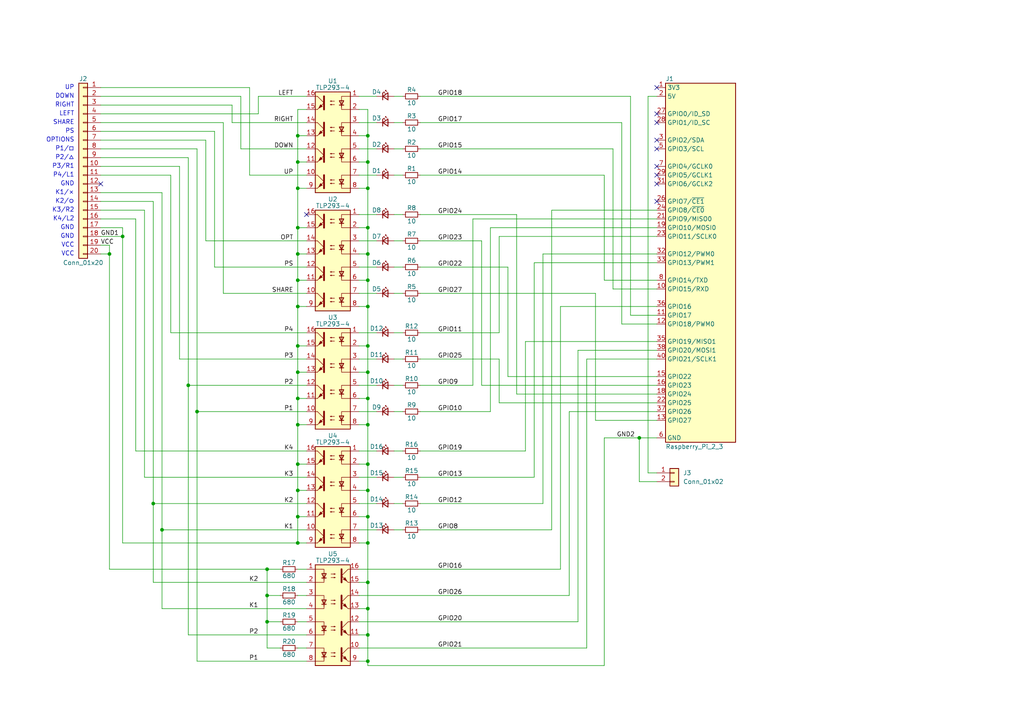
<source format=kicad_sch>
(kicad_sch (version 20250114) (generator "eeschema") (generator_version "9.0")
  (paper "A4")
  (lib_symbols
    (symbol "Connector_Generic:Conn_01x02" (pin_names (offset 1.016) (hide yes))
      (property "Reference" "J" (at 0 2.54 0))
      (property "Value" "Conn_01x02" (at 0 -5.08 0))
      (symbol "Conn_01x02_1_1"
        (rectangle (start -1.27 1.27) (end 1.27 -3.81) (stroke (width 0.254)) (fill (type background)))
        (rectangle (start -1.27 0.127) (end 0 -0.127) (stroke (width 0.1524)))
        (rectangle (start -1.27 -2.413) (end 0 -2.667) (stroke (width 0.1524)))
        (pin passive line (at -5.08 0 0) (length 3.81) (name "Pin_1") (number "1"))
        (pin passive line (at -5.08 -2.54 0) (length 3.81) (name "Pin_2") (number "2"))
      )
    )
    (symbol "Connector_Generic:Conn_01x20" (pin_names (offset 1.016) (hide yes))
      (property "Reference" "J" (at 0 25.4 0))
      (property "Value" "Conn_01x20" (at 0 -27.94 0))
      (symbol "Conn_01x20_1_1"
        (rectangle (start -1.27 24.13) (end 1.27 -26.67) (stroke (width 0.254)) (fill (type background)))
        (rectangle (start -1.27 22.987) (end 0 22.733) (stroke (width 0.1524)))
        (rectangle (start -1.27 20.447) (end 0 20.193) (stroke (width 0.1524)))
        (rectangle (start -1.27 17.907) (end 0 17.653) (stroke (width 0.1524)))
        (rectangle (start -1.27 15.367) (end 0 15.113) (stroke (width 0.1524)))
        (rectangle (start -1.27 12.827) (end 0 12.573) (stroke (width 0.1524)))
        (rectangle (start -1.27 10.287) (end 0 10.033) (stroke (width 0.1524)))
        (rectangle (start -1.27 7.747) (end 0 7.493) (stroke (width 0.1524)))
        (rectangle (start -1.27 5.207) (end 0 4.953) (stroke (width 0.1524)))
        (rectangle (start -1.27 2.667) (end 0 2.413) (stroke (width 0.1524)))
        (rectangle (start -1.27 0.127) (end 0 -0.127) (stroke (width 0.1524)))
        (rectangle (start -1.27 -2.413) (end 0 -2.667) (stroke (width 0.1524)))
        (rectangle (start -1.27 -4.953) (end 0 -5.207) (stroke (width 0.1524)))
        (rectangle (start -1.27 -7.493) (end 0 -7.747) (stroke (width 0.1524)))
        (rectangle (start -1.27 -10.033) (end 0 -10.287) (stroke (width 0.1524)))
        (rectangle (start -1.27 -12.573) (end 0 -12.827) (stroke (width 0.1524)))
        (rectangle (start -1.27 -15.113) (end 0 -15.367) (stroke (width 0.1524)))
        (rectangle (start -1.27 -17.653) (end 0 -17.907) (stroke (width 0.1524)))
        (rectangle (start -1.27 -20.193) (end 0 -20.447) (stroke (width 0.1524)))
        (rectangle (start -1.27 -22.733) (end 0 -22.987) (stroke (width 0.1524)))
        (rectangle (start -1.27 -25.273) (end 0 -25.527) (stroke (width 0.1524)))
        (pin passive line (at -5.08 22.86 0) (length 3.81) (name "Pin_1") (number "1"))
        (pin passive line (at -5.08 20.32 0) (length 3.81) (name "Pin_2") (number "2"))
        (pin passive line (at -5.08 17.78 0) (length 3.81) (name "Pin_3") (number "3"))
        (pin passive line (at -5.08 15.24 0) (length 3.81) (name "Pin_4") (number "4"))
        (pin passive line (at -5.08 12.7 0) (length 3.81) (name "Pin_5") (number "5"))
        (pin passive line (at -5.08 10.16 0) (length 3.81) (name "Pin_6") (number "6"))
        (pin passive line (at -5.08 7.62 0) (length 3.81) (name "Pin_7") (number "7"))
        (pin passive line (at -5.08 5.08 0) (length 3.81) (name "Pin_8") (number "8"))
        (pin passive line (at -5.08 2.54 0) (length 3.81) (name "Pin_9") (number "9"))
        (pin passive line (at -5.08 0 0) (length 3.81) (name "Pin_10") (number "10"))
        (pin passive line (at -5.08 -2.54 0) (length 3.81) (name "Pin_11") (number "11"))
        (pin passive line (at -5.08 -5.08 0) (length 3.81) (name "Pin_12") (number "12"))
        (pin passive line (at -5.08 -7.62 0) (length 3.81) (name "Pin_13") (number "13"))
        (pin passive line (at -5.08 -10.16 0) (length 3.81) (name "Pin_14") (number "14"))
        (pin passive line (at -5.08 -12.7 0) (length 3.81) (name "Pin_15") (number "15"))
        (pin passive line (at -5.08 -15.24 0) (length 3.81) (name "Pin_16") (number "16"))
        (pin passive line (at -5.08 -17.78 0) (length 3.81) (name "Pin_17") (number "17"))
        (pin passive line (at -5.08 -20.32 0) (length 3.81) (name "Pin_18") (number "18"))
        (pin passive line (at -5.08 -22.86 0) (length 3.81) (name "Pin_19") (number "19"))
        (pin passive line (at -5.08 -25.4 0) (length 3.81) (name "Pin_20") (number "20"))
      )
    )
    (symbol "Device:LED_Small" (pin_numbers (hide yes)) (pin_names (offset 0.254) (hide yes))
      (property "Reference" "D" (at -1.27 3.175 0))
      (property "Value" "LED_Small" (at -4.445 -2.54 0))
      (symbol "LED_Small_0_1"
        (polyline (pts (xy -0.762 -1.016) (xy -0.762 1.016)) (stroke (width 0.254)))
        (polyline (pts (xy 0 0.762) (xy -0.508 1.27) (xy -0.254 1.27) (xy -0.508 1.27) (xy -0.508 1.016)))
        (polyline (pts (xy 0.508 1.27) (xy 0 1.778) (xy 0.254 1.778) (xy 0 1.778) (xy 0 1.524)))
        (polyline (pts (xy 0.762 -1.016) (xy -0.762 0) (xy 0.762 1.016) (xy 0.762 -1.016)) (stroke (width 0.254)))
        (polyline (pts (xy 1.016 0) (xy -0.762 0)))
      )
      (symbol "LED_Small_1_1"
        (pin passive line (at -2.54 0 0) (length 1.778) (name "K") (number "1"))
        (pin passive line (at 2.54 0 180) (length 1.778) (name "A") (number "2"))
      )
    )
    (symbol "Device:R_Small" (pin_numbers (hide yes)) (pin_names (offset 0.254) (hide yes))
      (property "Reference" "R" (at 0.762 0.508 0))
      (property "Value" "R_Small" (at 0.762 -1.016 0))
      (symbol "R_Small_0_1"
        (rectangle (start -0.762 1.778) (end 0.762 -1.778) (stroke (width 0.2032)))
      )
      (symbol "R_Small_1_1"
        (pin passive line (at 0 2.54 270) (length 0.762) (name "~") (number "1"))
        (pin passive line (at 0 -2.54 90) (length 0.762) (name "~") (number "2"))
      )
    )
    (symbol "_ufb_hat:Raspberry_Pi_2_3"
      (property "Reference" "J" (at 12.7 52.705 0))
      (property "Value" "Raspberry_Pi_2_3" (at 12.7 -52.705 0))
      (symbol "Raspberry_Pi_2_3_0_1"
        (rectangle (start 12.7 52.07) (end 33.02 -52.07) (stroke (width 0.254)) (fill (type background)))
      )
      (symbol "Raspberry_Pi_2_3_1_1"
        (pin power_out line (at 10.16 50.8 0) (length 2.54) (name "3V3") (number "1"))
        (pin power_out line (at 10.16 50.8 0) (length 2.54) (hide yes) (name "3V3") (number "17"))
        (pin power_out line (at 10.16 48.26 0) (length 2.54) (name "5V") (number "2"))
        (pin power_out line (at 10.16 48.26 0) (length 2.54) (hide yes) (name "5V") (number "4"))
        (pin bidirectional line (at 10.16 43.18 0) (length 2.54) (name "GPIO0/ID_SD") (number "27"))
        (pin bidirectional line (at 10.16 40.64 0) (length 2.54) (name "GPIO1/ID_SC") (number "28"))
        (pin bidirectional line (at 10.16 35.56 0) (length 2.54) (name "GPIO2/SDA") (number "3"))
        (pin bidirectional line (at 10.16 33.02 0) (length 2.54) (name "GPIO3/SCL") (number "5"))
        (pin bidirectional line (at 10.16 27.94 0) (length 2.54) (name "GPIO4/GCLK0") (number "7"))
        (pin bidirectional line (at 10.16 25.4 0) (length 2.54) (name "GPIO5/GCLK1") (number "29"))
        (pin bidirectional line (at 10.16 22.86 0) (length 2.54) (name "GPIO6/GCLK2") (number "31"))
        (pin bidirectional line (at 10.16 17.78 0) (length 2.54) (name "GPIO7/~{CE1}") (number "26"))
        (pin bidirectional line (at 10.16 15.24 0) (length 2.54) (name "GPIO8/~{CE0}") (number "24"))
        (pin bidirectional line (at 10.16 12.7 0) (length 2.54) (name "GPIO9/MISO0") (number "21"))
        (pin bidirectional line (at 10.16 10.16 0) (length 2.54) (name "GPIO10/MOSI0") (number "19"))
        (pin bidirectional line (at 10.16 7.62 0) (length 2.54) (name "GPIO11/SCLK0") (number "23"))
        (pin bidirectional line (at 10.16 2.54 0) (length 2.54) (name "GPIO12/PWM0") (number "32"))
        (pin bidirectional line (at 10.16 0 0) (length 2.54) (name "GPIO13/PWM1") (number "33"))
        (pin bidirectional line (at 10.16 -5.08 0) (length 2.54) (name "GPIO14/TXD") (number "8"))
        (pin bidirectional line (at 10.16 -7.62 0) (length 2.54) (name "GPIO15/RXD") (number "10"))
        (pin bidirectional line (at 10.16 -12.7 0) (length 2.54) (name "GPIO16") (number "36"))
        (pin bidirectional line (at 10.16 -15.24 0) (length 2.54) (name "GPIO17") (number "11"))
        (pin bidirectional line (at 10.16 -17.78 0) (length 2.54) (name "GPIO18/PWM0") (number "12"))
        (pin bidirectional line (at 10.16 -22.86 0) (length 2.54) (name "GPIO19/MISO1") (number "35"))
        (pin bidirectional line (at 10.16 -25.4 0) (length 2.54) (name "GPIO20/MOSI1") (number "38"))
        (pin bidirectional line (at 10.16 -27.94 0) (length 2.54) (name "GPIO21/SCLK1") (number "40"))
        (pin bidirectional line (at 10.16 -33.02 0) (length 2.54) (name "GPIO22") (number "15"))
        (pin bidirectional line (at 10.16 -35.56 0) (length 2.54) (name "GPIO23") (number "16"))
        (pin bidirectional line (at 10.16 -38.1 0) (length 2.54) (name "GPIO24") (number "18"))
        (pin bidirectional line (at 10.16 -40.64 0) (length 2.54) (name "GPIO25") (number "22"))
        (pin bidirectional line (at 10.16 -43.18 0) (length 2.54) (name "GPIO26") (number "37"))
        (pin bidirectional line (at 10.16 -45.72 0) (length 2.54) (name "GPIO27") (number "13"))
        (pin power_out line (at 10.16 -50.8 0) (length 2.54) (hide yes) (name "GND") (number "14"))
        (pin power_out line (at 10.16 -50.8 0) (length 2.54) (hide yes) (name "GND") (number "20"))
        (pin power_out line (at 10.16 -50.8 0) (length 2.54) (hide yes) (name "GND") (number "25"))
        (pin power_out line (at 10.16 -50.8 0) (length 2.54) (hide yes) (name "GND") (number "30"))
        (pin power_out line (at 10.16 -50.8 0) (length 2.54) (hide yes) (name "GND") (number "34"))
        (pin power_out line (at 10.16 -50.8 0) (length 2.54) (hide yes) (name "GND") (number "39"))
        (pin power_out line (at 10.16 -50.8 0) (length 2.54) (name "GND") (number "6"))
        (pin power_out line (at 10.16 -50.8 0) (length 2.54) (hide yes) (name "GND") (number "9"))
      )
    )
    (symbol "_ufb_hat:TLP293-4"
      (property "Reference" "U" (at -5.08 5.08 0))
      (property "Value" "TLP293-4" (at 0 5.08 0))
      (symbol "TLP293-4_0_1"
        (rectangle (start -5.08 3.81) (end 5.08 -25.4) (stroke (width 0.254)) (fill (type background)))
        (polyline (pts (xy -5.08 2.54) (xy -2.54 2.54) (xy -2.54 -0.635) (xy -2.54 1.27)))
        (polyline (pts (xy -5.08 -5.08) (xy -2.54 -5.08) (xy -2.54 -8.255) (xy -2.54 -6.35)))
        (polyline (pts (xy -5.08 -12.7) (xy -2.54 -12.7) (xy -2.54 -15.875) (xy -2.54 -13.97)))
        (polyline (pts (xy -5.08 -20.32) (xy -2.54 -20.32) (xy -2.54 -23.495) (xy -2.54 -21.59)))
        (polyline (pts (xy -3.175 0) (xy -1.905 0)) (stroke (width 0.254)))
        (polyline (pts (xy -3.175 -7.62) (xy -1.905 -7.62)) (stroke (width 0.254)))
        (polyline (pts (xy -3.175 -15.24) (xy -1.905 -15.24)) (stroke (width 0.254)))
        (polyline (pts (xy -3.175 -22.86) (xy -1.905 -22.86)) (stroke (width 0.254)))
        (polyline (pts (xy -2.54 0) (xy -2.54 -1.27) (xy -5.08 -1.27)))
        (polyline (pts (xy -2.54 0) (xy -3.175 1.27) (xy -1.905 1.27) (xy -2.54 0)) (stroke (width 0.254)))
        (polyline (pts (xy -2.54 -7.62) (xy -2.54 -8.89) (xy -5.08 -8.89)))
        (polyline (pts (xy -2.54 -7.62) (xy -3.175 -6.35) (xy -1.905 -6.35) (xy -2.54 -7.62)) (stroke (width 0.254)))
        (polyline (pts (xy -2.54 -15.24) (xy -2.54 -16.51) (xy -5.08 -16.51)))
        (polyline (pts (xy -2.54 -15.24) (xy -3.175 -13.97) (xy -1.905 -13.97) (xy -2.54 -15.24)) (stroke (width 0.254)))
        (polyline (pts (xy -2.54 -22.86) (xy -2.54 -24.13) (xy -5.08 -24.13)))
        (polyline (pts (xy -2.54 -22.86) (xy -3.175 -21.59) (xy -1.905 -21.59) (xy -2.54 -22.86)) (stroke (width 0.254)))
        (polyline (pts (xy -0.508 1.143) (xy 0.762 1.143) (xy 0.381 1.016) (xy 0.381 1.27) (xy 0.762 1.143)))
        (polyline (pts (xy -0.508 0.127) (xy 0.762 0.127) (xy 0.381 0) (xy 0.381 0.254) (xy 0.762 0.127)))
        (polyline (pts (xy -0.508 -6.477) (xy 0.762 -6.477) (xy 0.381 -6.604) (xy 0.381 -6.35) (xy 0.762 -6.477)))
        (polyline (pts (xy -0.508 -7.493) (xy 0.762 -7.493) (xy 0.381 -7.62) (xy 0.381 -7.366) (xy 0.762 -7.493)))
        (polyline (pts (xy -0.508 -14.097) (xy 0.762 -14.097) (xy 0.381 -14.224) (xy 0.381 -13.97) (xy 0.762 -14.097)))
        (polyline (pts (xy -0.508 -15.113) (xy 0.762 -15.113) (xy 0.381 -15.24) (xy 0.381 -14.986) (xy 0.762 -15.113)))
        (polyline (pts (xy -0.508 -21.717) (xy 0.762 -21.717) (xy 0.381 -21.844) (xy 0.381 -21.59) (xy 0.762 -21.717)))
        (polyline (pts (xy -0.508 -22.733) (xy 0.762 -22.733) (xy 0.381 -22.86) (xy 0.381 -22.606) (xy 0.762 -22.733)))
        (polyline (pts (xy 2.54 2.54) (xy 2.54 -1.27) (xy 2.54 -1.27)) (stroke (width 0.508)))
        (polyline (pts (xy 2.54 0.635) (xy 4.445 2.54)))
        (polyline (pts (xy 2.54 -5.08) (xy 2.54 -8.89) (xy 2.54 -8.89)) (stroke (width 0.508)))
        (polyline (pts (xy 2.54 -6.985) (xy 4.445 -5.08)))
        (polyline (pts (xy 2.54 -12.7) (xy 2.54 -16.51) (xy 2.54 -16.51)) (stroke (width 0.508)))
        (polyline (pts (xy 2.54 -14.605) (xy 4.445 -12.7)))
        (polyline (pts (xy 2.54 -20.32) (xy 2.54 -24.13) (xy 2.54 -24.13)) (stroke (width 0.508)))
        (polyline (pts (xy 2.54 -22.225) (xy 4.445 -20.32)))
        (polyline (pts (xy 3.048 -0.381) (xy 3.556 0.127) (xy 4.064 -0.889) (xy 3.048 -0.381) (xy 3.048 -0.381)) (fill (type outline)))
        (polyline (pts (xy 3.048 -8.001) (xy 3.556 -7.493) (xy 4.064 -8.509) (xy 3.048 -8.001) (xy 3.048 -8.001)) (fill (type outline)))
        (polyline (pts (xy 3.048 -15.621) (xy 3.556 -15.113) (xy 4.064 -16.129) (xy 3.048 -15.621) (xy 3.048 -15.621)) (fill (type outline)))
        (polyline (pts (xy 3.048 -23.241) (xy 3.556 -22.733) (xy 4.064 -23.749) (xy 3.048 -23.241) (xy 3.048 -23.241)) (fill (type outline)))
        (polyline (pts (xy 4.445 2.54) (xy 5.08 2.54)))
        (polyline (pts (xy 4.445 -1.27) (xy 2.54 0.635)) (fill (type outline)))
        (polyline (pts (xy 4.445 -1.27) (xy 5.08 -1.27)))
        (polyline (pts (xy 4.445 -5.08) (xy 5.08 -5.08)))
        (polyline (pts (xy 4.445 -8.89) (xy 2.54 -6.985)) (fill (type outline)))
        (polyline (pts (xy 4.445 -8.89) (xy 5.08 -8.89)))
        (polyline (pts (xy 4.445 -12.7) (xy 5.08 -12.7)))
        (polyline (pts (xy 4.445 -16.51) (xy 2.54 -14.605)) (fill (type outline)))
        (polyline (pts (xy 4.445 -16.51) (xy 5.08 -16.51)))
        (polyline (pts (xy 4.445 -20.32) (xy 5.08 -20.32)))
        (polyline (pts (xy 4.445 -24.13) (xy 2.54 -22.225)) (fill (type outline)))
        (polyline (pts (xy 4.445 -24.13) (xy 5.08 -24.13)))
      )
      (symbol "TLP293-4_1_1"
        (pin passive line (at -7.62 2.54 0) (length 2.54) (name "~") (number "1"))
        (pin passive line (at -7.62 -1.27 0) (length 2.54) (name "~") (number "2"))
        (pin passive line (at -7.62 -5.08 0) (length 2.54) (name "~") (number "3"))
        (pin passive line (at -7.62 -8.89 0) (length 2.54) (name "~") (number "4"))
        (pin passive line (at -7.62 -12.7 0) (length 2.54) (name "~") (number "5"))
        (pin passive line (at -7.62 -16.51 0) (length 2.54) (name "~") (number "6"))
        (pin passive line (at -7.62 -20.32 0) (length 2.54) (name "~") (number "7"))
        (pin passive line (at -7.62 -24.13 0) (length 2.54) (name "~") (number "8"))
        (pin passive line (at 7.62 2.54 180) (length 2.54) (name "~") (number "16"))
        (pin passive line (at 7.62 -1.27 180) (length 2.54) (name "~") (number "15"))
        (pin passive line (at 7.62 -5.08 180) (length 2.54) (name "~") (number "14"))
        (pin passive line (at 7.62 -8.89 180) (length 2.54) (name "~") (number "13"))
        (pin passive line (at 7.62 -12.7 180) (length 2.54) (name "~") (number "12"))
        (pin passive line (at 7.62 -16.51 180) (length 2.54) (name "~") (number "11"))
        (pin passive line (at 7.62 -20.32 180) (length 2.54) (name "~") (number "10"))
        (pin passive line (at 7.62 -24.13 180) (length 2.54) (name "~") (number "9"))
      )
    )
  )
  (text "K4/L2" (at 21.59 63.5 0) (effects (font (size 1.27 1.27)) (justify right)))
  (text "SHARE" (at 21.59 35.56 0) (effects (font (size 1.27 1.27)) (justify right)))
  (text "K2/○" (at 21.59 58.42 0) (effects (font (size 1.27 1.27)) (justify right)))
  (text "VCC" (at 21.59 73.66 0) (effects (font (size 1.27 1.27)) (justify right)))
  (text "K3/R2" (at 21.59 60.96 0) (effects (font (size 1.27 1.27)) (justify right)))
  (text "OPTIONS" (at 21.59 40.64 0) (effects (font (size 1.27 1.27)) (justify right)))
  (text "LEFT" (at 21.59 33.02 0) (effects (font (size 1.27 1.27)) (justify right)))
  (text "GND" (at 21.59 66.04 0) (effects (font (size 1.27 1.27)) (justify right)))
  (text "P1/□" (at 21.59 43.18 0) (effects (font (size 1.27 1.27)) (justify right)))
  (text "VCC" (at 21.59 71.12 0) (effects (font (size 1.27 1.27)) (justify right)))
  (text "P4/L1" (at 21.59 50.8 0) (effects (font (size 1.27 1.27)) (justify right)))
  (text "PS" (at 21.59 38.1 0) (effects (font (size 1.27 1.27)) (justify right)))
  (text "GND" (at 21.59 68.58 0) (effects (font (size 1.27 1.27)) (justify right)))
  (text "GND" (at 21.59 53.34 0) (effects (font (size 1.27 1.27)) (justify right)))
  (text "RIGHT" (at 21.59 30.48 0) (effects (font (size 1.27 1.27)) (justify right)))
  (text "K1/×" (at 21.59 55.88 0) (effects (font (size 1.27 1.27)) (justify right)))
  (text "UP" (at 21.59 25.4 0) (effects (font (size 1.27 1.27)) (justify right)))
  (text "DOWN" (at 21.59 27.94 0) (effects (font (size 1.27 1.27)) (justify right)))
  (text "P2/△" (at 21.59 45.72 0) (effects (font (size 1.27 1.27)) (justify right)))
  (text "P3/R1" (at 21.59 48.26 0) (effects (font (size 1.27 1.27)) (justify right)))
  (junction (at 106.68 168.91))
  (junction (at 185.42 127))
  (junction (at 57.15 119.38))
  (junction (at 77.47 180.34))
  (junction (at 44.45 146.05))
  (junction (at 106.68 184.15))
  (junction (at 106.68 88.9))
  (junction (at 106.68 142.24))
  (junction (at 106.68 123.19))
  (junction (at 46.99 153.67))
  (junction (at 106.68 100.33))
  (junction (at 106.68 54.61))
  (junction (at 106.68 66.04))
  (junction (at 77.47 165.1))
  (junction (at 106.68 81.28))
  (junction (at 106.68 176.53))
  (junction (at 86.36 88.9))
  (junction (at 86.36 46.99))
  (junction (at 106.68 157.48))
  (junction (at 86.36 149.86))
  (junction (at 86.36 115.57))
  (junction (at 86.36 107.95))
  (junction (at 106.68 149.86))
  (junction (at 106.68 73.66))
  (junction (at 31.75 73.66))
  (junction (at 86.36 134.62))
  (junction (at 86.36 66.04))
  (junction (at 106.68 115.57))
  (junction (at 35.56 68.58))
  (junction (at 86.36 54.61))
  (junction (at 106.68 191.77))
  (junction (at 86.36 100.33))
  (junction (at 77.47 172.72))
  (junction (at 86.36 39.37))
  (junction (at 106.68 107.95))
  (junction (at 106.68 134.62))
  (junction (at 106.68 39.37))
  (junction (at 86.36 123.19))
  (junction (at 54.61 111.76))
  (junction (at 106.68 46.99))
  (junction (at 86.36 157.48))
  (junction (at 86.36 81.28))
  (junction (at 86.36 73.66))
  (junction (at 86.36 142.24))
  (no_connect (at 190.5 33.02))
  (no_connect (at 190.5 40.64))
  (no_connect (at 190.5 48.26))
  (no_connect (at 190.5 43.18))
  (no_connect (at 190.5 53.34))
  (no_connect (at 29.21 53.34))
  (no_connect (at 190.5 35.56))
  (no_connect (at 190.5 50.8))
  (no_connect (at 190.5 58.42))
  (no_connect (at 190.5 25.4))
  (no_connect (at 88.9 62.23))
  (wire (pts (xy 57.15 191.77) (xy 88.9 191.77)))
  (wire (pts (xy 177.8 83.82) (xy 177.8 43.18)))
  (wire (pts (xy 54.61 45.72) (xy 29.21 45.72)))
  (wire (pts (xy 121.92 27.94) (xy 182.88 27.94)))
  (wire (pts (xy 86.36 142.24) (xy 88.9 142.24)))
  (wire (pts (xy 39.37 63.5) (xy 29.21 63.5)))
  (wire (pts (xy 86.36 123.19) (xy 86.36 134.62)))
  (wire (pts (xy 49.53 50.8) (xy 49.53 96.52)))
  (wire (pts (xy 175.26 127) (xy 175.26 193.04)))
  (wire (pts (xy 86.36 39.37) (xy 86.36 46.99)))
  (wire (pts (xy 62.23 38.1) (xy 62.23 77.47)))
  (wire (pts (xy 29.21 35.56) (xy 64.77 35.56)))
  (wire (pts (xy 86.36 157.48) (xy 88.9 157.48)))
  (wire (pts (xy 86.36 107.95) (xy 88.9 107.95)))
  (wire (pts (xy 104.14 88.9) (xy 106.68 88.9)))
  (wire (pts (xy 157.48 146.05) (xy 121.92 146.05)))
  (wire (pts (xy 44.45 58.42) (xy 44.45 146.05)))
  (wire (pts (xy 81.28 187.96) (xy 77.47 187.96)))
  (wire (pts (xy 190.5 73.66) (xy 157.48 73.66)))
  (wire (pts (xy 175.26 50.8) (xy 121.92 50.8)))
  (wire (pts (xy 147.32 109.22) (xy 190.5 109.22)))
  (wire (pts (xy 57.15 43.18) (xy 29.21 43.18)))
  (wire (pts (xy 86.36 172.72) (xy 88.9 172.72)))
  (wire (pts (xy 104.14 142.24) (xy 106.68 142.24)))
  (wire (pts (xy 190.5 139.7) (xy 185.42 139.7)))
  (wire (pts (xy 190.5 104.14) (xy 170.18 104.14)))
  (wire (pts (xy 104.14 69.85) (xy 109.22 69.85)))
  (wire (pts (xy 185.42 139.7) (xy 185.42 127)))
  (wire (pts (xy 88.9 69.85) (xy 59.69 69.85)))
  (wire (pts (xy 147.32 109.22) (xy 147.32 77.47)))
  (wire (pts (xy 86.36 157.48) (xy 35.56 157.48)))
  (wire (pts (xy 104.14 104.14) (xy 109.22 104.14)))
  (wire (pts (xy 104.14 187.96) (xy 170.18 187.96)))
  (wire (pts (xy 114.3 62.23) (xy 116.84 62.23)))
  (wire (pts (xy 177.8 43.18) (xy 121.92 43.18)))
  (wire (pts (xy 88.9 50.8) (xy 72.39 50.8)))
  (wire (pts (xy 104.14 146.05) (xy 109.22 146.05)))
  (wire (pts (xy 77.47 172.72) (xy 77.47 180.34)))
  (wire (pts (xy 190.5 116.84) (xy 144.78 116.84)))
  (wire (pts (xy 86.36 73.66) (xy 88.9 73.66)))
  (wire (pts (xy 121.92 153.67) (xy 160.02 153.67)))
  (wire (pts (xy 52.07 48.26) (xy 29.21 48.26)))
  (wire (pts (xy 59.69 40.64) (xy 59.69 69.85)))
  (wire (pts (xy 44.45 58.42) (xy 29.21 58.42)))
  (wire (pts (xy 52.07 104.14) (xy 88.9 104.14)))
  (wire (pts (xy 54.61 111.76) (xy 88.9 111.76)))
  (wire (pts (xy 190.5 81.28) (xy 175.26 81.28)))
  (wire (pts (xy 86.36 134.62) (xy 88.9 134.62)))
  (wire (pts (xy 106.68 81.28) (xy 106.68 88.9)))
  (wire (pts (xy 57.15 119.38) (xy 88.9 119.38)))
  (wire (pts (xy 139.7 69.85) (xy 121.92 69.85)))
  (wire (pts (xy 190.5 83.82) (xy 177.8 83.82)))
  (wire (pts (xy 104.14 100.33) (xy 106.68 100.33)))
  (wire (pts (xy 29.21 71.12) (xy 31.75 71.12)))
  (wire (pts (xy 190.5 27.94) (xy 187.96 27.94)))
  (wire (pts (xy 180.34 35.56) (xy 180.34 93.98)))
  (wire (pts (xy 106.68 107.95) (xy 106.68 115.57)))
  (wire (pts (xy 106.68 168.91) (xy 106.68 176.53)))
  (wire (pts (xy 106.68 193.04) (xy 106.68 191.77)))
  (wire (pts (xy 106.68 54.61) (xy 106.68 66.04)))
  (wire (pts (xy 104.14 46.99) (xy 106.68 46.99)))
  (wire (pts (xy 104.14 134.62) (xy 106.68 134.62)))
  (wire (pts (xy 77.47 165.1) (xy 77.47 172.72)))
  (wire (pts (xy 172.72 121.92) (xy 172.72 85.09)))
  (wire (pts (xy 41.91 138.43) (xy 88.9 138.43)))
  (wire (pts (xy 104.14 27.94) (xy 109.22 27.94)))
  (wire (pts (xy 142.24 66.04) (xy 142.24 119.38)))
  (wire (pts (xy 154.94 138.43) (xy 121.92 138.43)))
  (wire (pts (xy 54.61 184.15) (xy 88.9 184.15)))
  (wire (pts (xy 104.14 43.18) (xy 109.22 43.18)))
  (wire (pts (xy 137.16 111.76) (xy 121.92 111.76)))
  (wire (pts (xy 185.42 127) (xy 190.5 127)))
  (wire (pts (xy 86.36 66.04) (xy 88.9 66.04)))
  (wire (pts (xy 31.75 71.12) (xy 31.75 73.66)))
  (wire (pts (xy 149.86 62.23) (xy 121.92 62.23)))
  (wire (pts (xy 35.56 66.04) (xy 35.56 68.58)))
  (wire (pts (xy 104.14 54.61) (xy 106.68 54.61)))
  (wire (pts (xy 114.3 50.8) (xy 116.84 50.8)))
  (wire (pts (xy 106.68 100.33) (xy 106.68 107.95)))
  (wire (pts (xy 149.86 62.23) (xy 149.86 114.3)))
  (wire (pts (xy 86.36 81.28) (xy 88.9 81.28)))
  (wire (pts (xy 104.14 149.86) (xy 106.68 149.86)))
  (wire (pts (xy 152.4 99.06) (xy 190.5 99.06)))
  (wire (pts (xy 64.77 85.09) (xy 88.9 85.09)))
  (wire (pts (xy 114.3 153.67) (xy 116.84 153.67)))
  (wire (pts (xy 29.21 73.66) (xy 31.75 73.66)))
  (wire (pts (xy 104.14 62.23) (xy 109.22 62.23)))
  (wire (pts (xy 49.53 96.52) (xy 88.9 96.52)))
  (wire (pts (xy 154.94 76.2) (xy 154.94 138.43)))
  (wire (pts (xy 86.36 46.99) (xy 86.36 54.61)))
  (wire (pts (xy 35.56 68.58) (xy 35.56 157.48)))
  (wire (pts (xy 86.36 54.61) (xy 86.36 66.04)))
  (wire (pts (xy 86.36 31.75) (xy 86.36 39.37)))
  (wire (pts (xy 190.5 88.9) (xy 162.56 88.9)))
  (wire (pts (xy 46.99 176.53) (xy 88.9 176.53)))
  (wire (pts (xy 157.48 73.66) (xy 157.48 146.05)))
  (wire (pts (xy 114.3 138.43) (xy 116.84 138.43)))
  (wire (pts (xy 64.77 35.56) (xy 64.77 85.09)))
  (wire (pts (xy 104.14 85.09) (xy 109.22 85.09)))
  (wire (pts (xy 86.36 88.9) (xy 88.9 88.9)))
  (wire (pts (xy 44.45 168.91) (xy 44.45 146.05)))
  (wire (pts (xy 57.15 191.77) (xy 57.15 119.38)))
  (wire (pts (xy 86.36 165.1) (xy 88.9 165.1)))
  (wire (pts (xy 114.3 35.56) (xy 116.84 35.56)))
  (wire (pts (xy 190.5 63.5) (xy 137.16 63.5)))
  (wire (pts (xy 114.3 69.85) (xy 116.84 69.85)))
  (wire (pts (xy 190.5 119.38) (xy 165.1 119.38)))
  (wire (pts (xy 77.47 180.34) (xy 81.28 180.34)))
  (wire (pts (xy 88.9 187.96) (xy 86.36 187.96)))
  (wire (pts (xy 77.47 180.34) (xy 77.47 187.96)))
  (wire (pts (xy 114.3 130.81) (xy 116.84 130.81)))
  (wire (pts (xy 190.5 60.96) (xy 160.02 60.96)))
  (wire (pts (xy 170.18 104.14) (xy 170.18 187.96)))
  (wire (pts (xy 182.88 91.44) (xy 190.5 91.44)))
  (wire (pts (xy 86.36 180.34) (xy 88.9 180.34)))
  (wire (pts (xy 144.78 104.14) (xy 121.92 104.14)))
  (wire (pts (xy 104.14 153.67) (xy 109.22 153.67)))
  (wire (pts (xy 114.3 104.14) (xy 116.84 104.14)))
  (wire (pts (xy 88.9 35.56) (xy 67.31 35.56)))
  (wire (pts (xy 104.14 176.53) (xy 106.68 176.53)))
  (wire (pts (xy 114.3 96.52) (xy 116.84 96.52)))
  (wire (pts (xy 104.14 35.56) (xy 109.22 35.56)))
  (wire (pts (xy 152.4 130.81) (xy 121.92 130.81)))
  (wire (pts (xy 86.36 66.04) (xy 86.36 73.66)))
  (wire (pts (xy 86.36 134.62) (xy 86.36 142.24)))
  (wire (pts (xy 104.14 172.72) (xy 165.1 172.72)))
  (wire (pts (xy 104.14 77.47) (xy 109.22 77.47)))
  (wire (pts (xy 86.36 107.95) (xy 86.36 115.57)))
  (wire (pts (xy 74.93 33.02) (xy 74.93 27.94)))
  (wire (pts (xy 29.21 30.48) (xy 67.31 30.48)))
  (wire (pts (xy 106.68 134.62) (xy 106.68 142.24)))
  (wire (pts (xy 88.9 31.75) (xy 86.36 31.75)))
  (wire (pts (xy 160.02 60.96) (xy 160.02 153.67)))
  (wire (pts (xy 144.78 96.52) (xy 121.92 96.52)))
  (wire (pts (xy 147.32 77.47) (xy 121.92 77.47)))
  (wire (pts (xy 29.21 33.02) (xy 74.93 33.02)))
  (wire (pts (xy 106.68 115.57) (xy 106.68 123.19)))
  (wire (pts (xy 35.56 66.04) (xy 29.21 66.04)))
  (wire (pts (xy 165.1 119.38) (xy 165.1 172.72)))
  (wire (pts (xy 106.68 66.04) (xy 106.68 73.66)))
  (wire (pts (xy 88.9 77.47) (xy 62.23 77.47)))
  (wire (pts (xy 39.37 63.5) (xy 39.37 130.81)))
  (wire (pts (xy 77.47 165.1) (xy 81.28 165.1)))
  (wire (pts (xy 52.07 48.26) (xy 52.07 104.14)))
  (wire (pts (xy 167.64 180.34) (xy 104.14 180.34)))
  (wire (pts (xy 106.68 157.48) (xy 106.68 168.91)))
  (wire (pts (xy 104.14 130.81) (xy 109.22 130.81)))
  (wire (pts (xy 88.9 43.18) (xy 69.85 43.18)))
  (wire (pts (xy 182.88 91.44) (xy 182.88 27.94)))
  (wire (pts (xy 46.99 176.53) (xy 46.99 153.67)))
  (wire (pts (xy 139.7 111.76) (xy 139.7 69.85)))
  (wire (pts (xy 104.14 50.8) (xy 109.22 50.8)))
  (wire (pts (xy 29.21 40.64) (xy 59.69 40.64)))
  (wire (pts (xy 49.53 50.8) (xy 29.21 50.8)))
  (wire (pts (xy 44.45 146.05) (xy 88.9 146.05)))
  (wire (pts (xy 190.5 93.98) (xy 180.34 93.98)))
  (wire (pts (xy 104.14 115.57) (xy 106.68 115.57)))
  (wire (pts (xy 31.75 165.1) (xy 77.47 165.1)))
  (wire (pts (xy 41.91 60.96) (xy 29.21 60.96)))
  (wire (pts (xy 190.5 68.58) (xy 144.78 68.58)))
  (wire (pts (xy 180.34 35.56) (xy 121.92 35.56)))
  (wire (pts (xy 114.3 27.94) (xy 116.84 27.94)))
  (wire (pts (xy 187.96 137.16) (xy 190.5 137.16)))
  (wire (pts (xy 114.3 119.38) (xy 116.84 119.38)))
  (wire (pts (xy 106.68 149.86) (xy 106.68 157.48)))
  (wire (pts (xy 29.21 38.1) (xy 62.23 38.1)))
  (wire (pts (xy 114.3 111.76) (xy 116.84 111.76)))
  (wire (pts (xy 86.36 149.86) (xy 86.36 157.48)))
  (wire (pts (xy 114.3 77.47) (xy 116.84 77.47)))
  (wire (pts (xy 190.5 111.76) (xy 139.7 111.76)))
  (wire (pts (xy 104.14 39.37) (xy 106.68 39.37)))
  (wire (pts (xy 86.36 88.9) (xy 86.36 100.33)))
  (wire (pts (xy 190.5 66.04) (xy 142.24 66.04)))
  (wire (pts (xy 104.14 96.52) (xy 109.22 96.52)))
  (wire (pts (xy 175.26 193.04) (xy 106.68 193.04)))
  (wire (pts (xy 46.99 153.67) (xy 88.9 153.67)))
  (wire (pts (xy 74.93 27.94) (xy 88.9 27.94)))
  (wire (pts (xy 104.14 31.75) (xy 106.68 31.75)))
  (wire (pts (xy 114.3 85.09) (xy 116.84 85.09)))
  (wire (pts (xy 86.36 142.24) (xy 86.36 149.86)))
  (wire (pts (xy 86.36 149.86) (xy 88.9 149.86)))
  (wire (pts (xy 31.75 73.66) (xy 31.75 165.1)))
  (wire (pts (xy 72.39 50.8) (xy 72.39 25.4)))
  (wire (pts (xy 144.78 116.84) (xy 144.78 104.14)))
  (wire (pts (xy 149.86 114.3) (xy 190.5 114.3)))
  (wire (pts (xy 86.36 73.66) (xy 86.36 81.28)))
  (wire (pts (xy 106.68 176.53) (xy 106.68 184.15)))
  (wire (pts (xy 67.31 35.56) (xy 67.31 30.48)))
  (wire (pts (xy 57.15 43.18) (xy 57.15 119.38)))
  (wire (pts (xy 106.68 88.9) (xy 106.68 100.33)))
  (wire (pts (xy 104.14 119.38) (xy 109.22 119.38)))
  (wire (pts (xy 152.4 99.06) (xy 152.4 130.81)))
  (wire (pts (xy 106.68 191.77) (xy 104.14 191.77)))
  (wire (pts (xy 167.64 101.6) (xy 167.64 180.34)))
  (wire (pts (xy 29.21 27.94) (xy 69.85 27.94)))
  (wire (pts (xy 86.36 39.37) (xy 88.9 39.37)))
  (wire (pts (xy 104.14 138.43) (xy 109.22 138.43)))
  (wire (pts (xy 46.99 55.88) (xy 29.21 55.88)))
  (wire (pts (xy 106.68 46.99) (xy 106.68 54.61)))
  (wire (pts (xy 86.36 100.33) (xy 86.36 107.95)))
  (wire (pts (xy 172.72 85.09) (xy 121.92 85.09)))
  (wire (pts (xy 54.61 45.72) (xy 54.61 111.76)))
  (wire (pts (xy 114.3 43.18) (xy 116.84 43.18)))
  (wire (pts (xy 88.9 123.19) (xy 86.36 123.19)))
  (wire (pts (xy 104.14 168.91) (xy 106.68 168.91)))
  (wire (pts (xy 137.16 63.5) (xy 137.16 111.76)))
  (wire (pts (xy 86.36 115.57) (xy 88.9 115.57)))
  (wire (pts (xy 114.3 146.05) (xy 116.84 146.05)))
  (wire (pts (xy 29.21 68.58) (xy 35.56 68.58)))
  (wire (pts (xy 106.68 184.15) (xy 106.68 191.77)))
  (wire (pts (xy 29.21 25.4) (xy 72.39 25.4)))
  (wire (pts (xy 104.14 111.76) (xy 109.22 111.76)))
  (wire (pts (xy 106.68 31.75) (xy 106.68 39.37)))
  (wire (pts (xy 39.37 130.81) (xy 88.9 130.81)))
  (wire (pts (xy 106.68 39.37) (xy 106.68 46.99)))
  (wire (pts (xy 77.47 172.72) (xy 81.28 172.72)))
  (wire (pts (xy 86.36 54.61) (xy 88.9 54.61)))
  (wire (pts (xy 86.36 81.28) (xy 86.36 88.9)))
  (wire (pts (xy 86.36 115.57) (xy 86.36 123.19)))
  (wire (pts (xy 106.68 73.66) (xy 106.68 81.28)))
  (wire (pts (xy 44.45 168.91) (xy 88.9 168.91)))
  (wire (pts (xy 41.91 60.96) (xy 41.91 138.43)))
  (wire (pts (xy 175.26 127) (xy 185.42 127)))
  (wire (pts (xy 172.72 121.92) (xy 190.5 121.92)))
  (wire (pts (xy 162.56 165.1) (xy 104.14 165.1)))
  (wire (pts (xy 144.78 68.58) (xy 144.78 96.52)))
  (wire (pts (xy 46.99 55.88) (xy 46.99 153.67)))
  (wire (pts (xy 106.68 142.24) (xy 106.68 149.86)))
  (wire (pts (xy 86.36 46.99) (xy 88.9 46.99)))
  (wire (pts (xy 86.36 100.33) (xy 88.9 100.33)))
  (wire (pts (xy 104.14 184.15) (xy 106.68 184.15)))
  (wire (pts (xy 190.5 76.2) (xy 154.94 76.2)))
  (wire (pts (xy 54.61 184.15) (xy 54.61 111.76)))
  (wire (pts (xy 190.5 101.6) (xy 167.64 101.6)))
  (wire (pts (xy 69.85 27.94) (xy 69.85 43.18)))
  (wire (pts (xy 142.24 119.38) (xy 121.92 119.38)))
  (wire (pts (xy 104.14 123.19) (xy 106.68 123.19)))
  (wire (pts (xy 104.14 107.95) (xy 106.68 107.95)))
  (wire (pts (xy 175.26 81.28) (xy 175.26 50.8)))
  (wire (pts (xy 104.14 157.48) (xy 106.68 157.48)))
  (wire (pts (xy 104.14 73.66) (xy 106.68 73.66)))
  (wire (pts (xy 162.56 88.9) (xy 162.56 165.1)))
  (wire (pts (xy 106.68 123.19) (xy 106.68 134.62)))
  (wire (pts (xy 187.96 27.94) (xy 187.96 137.16)))
  (wire (pts (xy 104.14 66.04) (xy 106.68 66.04)))
  (wire (pts (xy 104.14 81.28) (xy 106.68 81.28)))
  (label "OPT" (at 85.09 69.85 180))
  (label "UP" (at 85.09 50.8 180))
  (label "GPIO21" (at 127 187.96 0))
  (label "GND1" (at 29.21 68.58 0))
  (label "K1" (at 74.93 176.53 180))
  (label "GPIO20" (at 127 180.34 0))
  (label "GPIO13" (at 127 138.43 0))
  (label "LEFT" (at 85.09 27.94 180))
  (label "P2" (at 85.09 111.76 180))
  (label "K3" (at 85.09 138.43 180))
  (label "GPIO25" (at 127 104.14 0))
  (label "PS" (at 85.09 77.47 180))
  (label "GPIO26" (at 127 172.72 0))
  (label "P4" (at 85.09 96.52 180))
  (label "VCC" (at 29.21 71.12 0))
  (label "GPIO8" (at 127 153.67 0))
  (label "GPIO12" (at 127 146.05 0))
  (label "RIGHT" (at 85.09 35.56 180))
  (label "GPIO17" (at 127 35.56 0))
  (label "GND2" (at 184.15 127 180))
  (label "K2" (at 74.93 168.91 180))
  (label "GPIO14" (at 127 50.8 0))
  (label "GPIO27" (at 127 85.09 0))
  (label "P2" (at 74.93 184.15 180))
  (label "P3" (at 85.09 104.14 180))
  (label "GPIO19" (at 127 130.81 0))
  (label "GPIO10" (at 127 119.38 0))
  (label "K4" (at 85.09 130.81 180))
  (label "K2" (at 85.09 146.05 180))
  (label "GPIO24" (at 127 62.23 0))
  (label "GPIO9" (at 127 111.76 0))
  (label "GPIO11" (at 127 96.52 0))
  (label "GPIO18" (at 127 27.94 0))
  (label "DOWN" (at 85.09 43.18 180))
  (label "SHARE" (at 85.09 85.09 180))
  (label "GPIO15" (at 127 43.18 0))
  (label "GPIO22" (at 127 77.47 0))
  (label "GPIO16" (at 127 165.1 0))
  (label "GPIO23" (at 127 69.85 0))
  (label "P1" (at 85.09 119.38 180))
  (label "P1" (at 74.93 191.77 180))
  (label "K1" (at 85.09 153.67 180))
  (symbol (lib_id "Device:R_Small") (at 119.38 27.94 90) (mirror x) (unit 1)
    (property "Reference" "R4" (at 119.38 26.035 90))
    (property "Value" "10" (at 119.38 29.845 90))
    (property "Footprint" "Resistor_SMD:R_0603_1608Metric_Pad0.98x0.95mm_HandSolder" (effects (hide yes)))
    (property "Description" "Resistor, small symbol" (effects (hide yes)))
  )
  (symbol (lib_id "Device:R_Small") (at 119.38 119.38 90) (mirror x) (unit 1)
    (property "Reference" "R9" (at 119.38 117.475 90))
    (property "Value" "10" (at 119.38 121.285 90))
    (property "Footprint" "Resistor_SMD:R_0603_1608Metric_Pad0.98x0.95mm_HandSolder" (effects (hide yes)))
    (property "Description" "Resistor, small symbol" (effects (hide yes)))
  )
  (symbol (lib_id "Device:LED_Small") (at 111.76 146.05 0) (unit 1)
    (property "Reference" "D14" (at 109.22 144.78 0))
    (property "Value" "LED_Small" (effects (hide yes)))
    (property "Footprint" "LED_SMD:LED_0603_1608Metric_Pad1.05x0.95mm_HandSolder" (effects (hide yes)))
    (property "Description" "Light emitting diode, small symbol" (effects (hide yes)))
    (property "Sim.Pin" "1=K 2=A" (effects (hide yes)))
  )
  (symbol (lib_id "Device:R_Small") (at 119.38 43.18 90) (mirror x) (unit 1)
    (property "Reference" "R2" (at 119.38 41.275 90))
    (property "Value" "10" (at 119.38 45.085 90))
    (property "Footprint" "Resistor_SMD:R_0603_1608Metric_Pad0.98x0.95mm_HandSolder" (effects (hide yes)))
    (property "Description" "Resistor, small symbol" (effects (hide yes)))
  )
  (symbol (lib_id "Device:LED_Small") (at 111.76 138.43 0) (unit 1)
    (property "Reference" "D15" (at 109.22 137.16 0))
    (property "Value" "LED_Small" (effects (hide yes)))
    (property "Footprint" "LED_SMD:LED_0603_1608Metric_Pad1.05x0.95mm_HandSolder" (effects (hide yes)))
    (property "Description" "Light emitting diode, small symbol" (effects (hide yes)))
    (property "Sim.Pin" "1=K 2=A" (effects (hide yes)))
  )
  (symbol (lib_id "Device:R_Small") (at 119.38 104.14 90) (mirror x) (unit 1)
    (property "Reference" "R11" (at 119.38 102.235 90))
    (property "Value" "10" (at 119.38 106.045 90))
    (property "Footprint" "Resistor_SMD:R_0603_1608Metric_Pad0.98x0.95mm_HandSolder" (effects (hide yes)))
    (property "Description" "Resistor, small symbol" (effects (hide yes)))
  )
  (symbol (lib_id "Device:LED_Small") (at 111.76 96.52 0) (unit 1)
    (property "Reference" "D12" (at 109.22 95.25 0))
    (property "Value" "LED_Small" (effects (hide yes)))
    (property "Footprint" "LED_SMD:LED_0603_1608Metric_Pad1.05x0.95mm_HandSolder" (effects (hide yes)))
    (property "Description" "Light emitting diode, small symbol" (effects (hide yes)))
    (property "Sim.Pin" "1=K 2=A" (effects (hide yes)))
  )
  (symbol (lib_id "Device:R_Small") (at 119.38 69.85 90) (mirror x) (unit 1)
    (property "Reference" "R7" (at 119.38 67.945 90))
    (property "Value" "10" (at 119.38 71.755 90))
    (property "Footprint" "Resistor_SMD:R_0603_1608Metric_Pad0.98x0.95mm_HandSolder" (effects (hide yes)))
    (property "Description" "Resistor, small symbol" (effects (hide yes)))
  )
  (symbol (lib_id "Device:R_Small") (at 119.38 62.23 90) (mirror x) (unit 1)
    (property "Reference" "R8" (at 119.38 60.325 90))
    (property "Value" "10" (at 119.38 64.135 90))
    (property "Footprint" "Resistor_SMD:R_0603_1608Metric_Pad0.98x0.95mm_HandSolder" (effects (hide yes)))
    (property "Description" "Resistor, small symbol" (effects (hide yes)))
  )
  (symbol (lib_id "Device:R_Small") (at 83.82 187.96 90) (mirror x) (unit 1)
    (property "Reference" "R20" (at 83.82 186.055 90))
    (property "Value" "680" (at 83.82 189.865 90))
    (property "Footprint" "Resistor_SMD:R_0603_1608Metric_Pad0.98x0.95mm_HandSolder" (effects (hide yes)))
    (property "Description" "Resistor, small symbol" (effects (hide yes)))
  )
  (symbol (lib_id "Device:LED_Small") (at 111.76 77.47 0) (unit 1)
    (property "Reference" "D6" (at 109.22 76.2 0))
    (property "Value" "LED_Small" (effects (hide yes)))
    (property "Footprint" "LED_SMD:LED_0603_1608Metric_Pad1.05x0.95mm_HandSolder" (effects (hide yes)))
    (property "Description" "Light emitting diode, small symbol" (effects (hide yes)))
    (property "Sim.Pin" "1=K 2=A" (effects (hide yes)))
  )
  (symbol (lib_id "_ufb_hat:Raspberry_Pi_2_3") (at 180.34 76.2 0) (unit 1)
    (property "Reference" "J1" (at 193.04 22.86 0) (effects (justify left)))
    (property "Value" "Raspberry_Pi_2_3" (at 193.04 129.54 0) (effects (justify left)))
    (property "Footprint" "Connector_PinSocket_2.54mm:PinSocket_2x20_P2.54mm_Vertical" (effects (hide yes)))
    (property "Datasheet" "https://www.raspberrypi.org/documentation/hardware/raspberrypi/schematics/rpi_SCH_3bplus_1p0_reduced.pdf" (effects (hide yes)))
    (property "Description" "expansion header for Raspberry Pi 2 & 3" (effects (hide yes)))
  )
  (symbol (lib_id "Device:R_Small") (at 119.38 130.81 90) (mirror x) (unit 1)
    (property "Reference" "R16" (at 119.38 128.905 90))
    (property "Value" "10" (at 119.38 132.715 90))
    (property "Footprint" "Resistor_SMD:R_0603_1608Metric_Pad0.98x0.95mm_HandSolder" (effects (hide yes)))
    (property "Description" "Resistor, small symbol" (effects (hide yes)))
  )
  (symbol (lib_id "_ufb_hat:TLP293-4") (at 96.52 64.77 0) (mirror y) (unit 1)
    (property "Reference" "U2" (at 96.52 57.785 0))
    (property "Value" "TLP293-4" (at 96.52 59.69 0))
    (property "Footprint" "Package_SO:SOIC-16_4.55x10.3mm_P1.27mm" (effects (hide yes)))
    (property "Datasheet" "https://toshiba.semicon-storage.com/info/docget.jsp?did=12884&prodName=TLP291" (effects (hide yes)))
    (property "Description" "DC Optocoupler, Vce 80V, CTR 50-100%, SOP4" (effects (hide yes)))
  )
  (symbol (lib_id "Device:LED_Small") (at 111.76 85.09 0) (unit 1)
    (property "Reference" "D5" (at 109.22 83.82 0))
    (property "Value" "LED_Small" (effects (hide yes)))
    (property "Footprint" "LED_SMD:LED_0603_1608Metric_Pad1.05x0.95mm_HandSolder" (effects (hide yes)))
    (property "Description" "Light emitting diode, small symbol" (effects (hide yes)))
    (property "Sim.Pin" "1=K 2=A" (effects (hide yes)))
  )
  (symbol (lib_id "_ufb_hat:TLP293-4") (at 96.52 30.48 0) (mirror y) (unit 1)
    (property "Reference" "U1" (at 96.52 23.495 0))
    (property "Value" "TLP293-4" (at 96.52 25.4 0))
    (property "Footprint" "Package_SO:SOIC-16_4.55x10.3mm_P1.27mm" (effects (hide yes)))
    (property "Datasheet" "https://toshiba.semicon-storage.com/info/docget.jsp?did=12884&prodName=TLP291" (effects (hide yes)))
    (property "Description" "DC Optocoupler, Vce 80V, CTR 50-100%, SOP4" (effects (hide yes)))
  )
  (symbol (lib_id "Device:R_Small") (at 119.38 153.67 90) (mirror x) (unit 1)
    (property "Reference" "R13" (at 119.38 151.765 90))
    (property "Value" "10" (at 119.38 155.575 90))
    (property "Footprint" "Resistor_SMD:R_0603_1608Metric_Pad0.98x0.95mm_HandSolder" (effects (hide yes)))
    (property "Description" "Resistor, small symbol" (effects (hide yes)))
  )
  (symbol (lib_id "Device:R_Small") (at 83.82 172.72 90) (mirror x) (unit 1)
    (property "Reference" "R18" (at 83.82 170.815 90))
    (property "Value" "680" (at 83.82 174.625 90))
    (property "Footprint" "Resistor_SMD:R_0603_1608Metric_Pad0.98x0.95mm_HandSolder" (effects (hide yes)))
    (property "Description" "Resistor, small symbol" (effects (hide yes)))
  )
  (symbol (lib_id "Device:R_Small") (at 119.38 85.09 90) (mirror x) (unit 1)
    (property "Reference" "R5" (at 119.38 83.185 90))
    (property "Value" "10" (at 119.38 86.995 90))
    (property "Footprint" "Resistor_SMD:R_0603_1608Metric_Pad0.98x0.95mm_HandSolder" (effects (hide yes)))
    (property "Description" "Resistor, small symbol" (effects (hide yes)))
  )
  (symbol (lib_id "Device:LED_Small") (at 111.76 43.18 0) (unit 1)
    (property "Reference" "D2" (at 109.22 41.91 0))
    (property "Value" "LED_Small" (effects (hide yes)))
    (property "Footprint" "LED_SMD:LED_0603_1608Metric_Pad1.05x0.95mm_HandSolder" (effects (hide yes)))
    (property "Description" "Light emitting diode, small symbol" (effects (hide yes)))
    (property "Sim.Pin" "1=K 2=A" (effects (hide yes)))
  )
  (symbol (lib_id "_ufb_hat:TLP293-4") (at 96.52 99.06 0) (mirror y) (unit 1)
    (property "Reference" "U3" (at 96.52 92.075 0))
    (property "Value" "TLP293-4" (at 96.52 93.98 0))
    (property "Footprint" "Package_SO:SOIC-16_4.55x10.3mm_P1.27mm" (effects (hide yes)))
    (property "Datasheet" "https://toshiba.semicon-storage.com/info/docget.jsp?did=12884&prodName=TLP291" (effects (hide yes)))
    (property "Description" "DC Optocoupler, Vce 80V, CTR 50-100%, SOP4" (effects (hide yes)))
  )
  (symbol (lib_id "Device:R_Small") (at 83.82 165.1 90) (mirror x) (unit 1)
    (property "Reference" "R17" (at 83.82 163.195 90))
    (property "Value" "680" (at 83.82 167.005 90))
    (property "Footprint" "Resistor_SMD:R_0603_1608Metric_Pad0.98x0.95mm_HandSolder" (effects (hide yes)))
    (property "Description" "Resistor, small symbol" (effects (hide yes)))
  )
  (symbol (lib_id "Device:R_Small") (at 119.38 146.05 90) (mirror x) (unit 1)
    (property "Reference" "R14" (at 119.38 144.145 90))
    (property "Value" "10" (at 119.38 147.955 90))
    (property "Footprint" "Resistor_SMD:R_0603_1608Metric_Pad0.98x0.95mm_HandSolder" (effects (hide yes)))
    (property "Description" "Resistor, small symbol" (effects (hide yes)))
  )
  (symbol (lib_id "Connector_Generic:Conn_01x20") (at 24.13 48.26 0) (mirror y) (unit 1)
    (property "Reference" "J2" (at 24.13 22.86 0))
    (property "Value" "Conn_01x20" (at 24.13 76.2 0))
    (property "Footprint" "Connector_PinHeader_2.54mm:PinHeader_2x10_P2.54mm_Vertical" (effects (hide yes)))
    (property "Description" "Generic connector, single row, 01x20, script generated (kicad-library-utils/schlib/autogen/connector/)" (effects (hide yes)))
  )
  (symbol (lib_id "Device:LED_Small") (at 111.76 130.81 0) (unit 1)
    (property "Reference" "D16" (at 109.22 129.54 0))
    (property "Value" "LED_Small" (effects (hide yes)))
    (property "Footprint" "LED_SMD:LED_0603_1608Metric_Pad1.05x0.95mm_HandSolder" (effects (hide yes)))
    (property "Description" "Light emitting diode, small symbol" (effects (hide yes)))
    (property "Sim.Pin" "1=K 2=A" (effects (hide yes)))
  )
  (symbol (lib_id "Device:R_Small") (at 119.38 77.47 90) (mirror x) (unit 1)
    (property "Reference" "R6" (at 119.38 75.565 90))
    (property "Value" "10" (at 119.38 79.375 90))
    (property "Footprint" "Resistor_SMD:R_0603_1608Metric_Pad0.98x0.95mm_HandSolder" (effects (hide yes)))
    (property "Description" "Resistor, small symbol" (effects (hide yes)))
  )
  (symbol (lib_id "Connector_Generic:Conn_01x02") (at 195.58 137.16 0) (unit 1)
    (property "Reference" "J3" (at 198.12 137.1599 0) (effects (justify left)))
    (property "Value" "Conn_01x02" (at 198.12 139.6999 0) (effects (justify left)))
    (property "Footprint" "Connector_PinHeader_2.54mm:PinHeader_1x02_P2.54mm_Vertical" (effects (hide yes)))
    (property "Description" "Generic connector, single row, 01x02, script generated (kicad-library-utils/schlib/autogen/connector/)" (effects (hide yes)))
  )
  (symbol (lib_id "Device:R_Small") (at 119.38 111.76 90) (mirror x) (unit 1)
    (property "Reference" "R10" (at 119.38 109.855 90))
    (property "Value" "10" (at 119.38 113.665 90))
    (property "Footprint" "Resistor_SMD:R_0603_1608Metric_Pad0.98x0.95mm_HandSolder" (effects (hide yes)))
    (property "Description" "Resistor, small symbol" (effects (hide yes)))
  )
  (symbol (lib_id "Device:LED_Small") (at 111.76 27.94 0) (unit 1)
    (property "Reference" "D4" (at 109.22 26.67 0))
    (property "Value" "LED_Small" (effects (hide yes)))
    (property "Footprint" "LED_SMD:LED_0603_1608Metric_Pad1.05x0.95mm_HandSolder" (effects (hide yes)))
    (property "Description" "Light emitting diode, small symbol" (effects (hide yes)))
    (property "Sim.Pin" "1=K 2=A" (effects (hide yes)))
  )
  (symbol (lib_id "Device:LED_Small") (at 111.76 62.23 0) (unit 1)
    (property "Reference" "D8" (at 109.22 60.96 0))
    (property "Value" "LED_Small" (effects (hide yes)))
    (property "Footprint" "LED_SMD:LED_0603_1608Metric_Pad1.05x0.95mm_HandSolder" (effects (hide yes)))
    (property "Description" "Light emitting diode, small symbol" (effects (hide yes)))
    (property "Sim.Pin" "1=K 2=A" (effects (hide yes)))
  )
  (symbol (lib_id "Device:R_Small") (at 83.82 180.34 90) (mirror x) (unit 1)
    (property "Reference" "R19" (at 83.82 178.435 90))
    (property "Value" "680" (at 83.82 182.245 90))
    (property "Footprint" "Resistor_SMD:R_0603_1608Metric_Pad0.98x0.95mm_HandSolder" (effects (hide yes)))
    (property "Description" "Resistor, small symbol" (effects (hide yes)))
  )
  (symbol (lib_id "Device:LED_Small") (at 111.76 69.85 0) (unit 1)
    (property "Reference" "D7" (at 109.22 68.58 0))
    (property "Value" "LED_Small" (effects (hide yes)))
    (property "Footprint" "LED_SMD:LED_0603_1608Metric_Pad1.05x0.95mm_HandSolder" (effects (hide yes)))
    (property "Description" "Light emitting diode, small symbol" (effects (hide yes)))
    (property "Sim.Pin" "1=K 2=A" (effects (hide yes)))
  )
  (symbol (lib_id "Device:LED_Small") (at 111.76 104.14 0) (unit 1)
    (property "Reference" "D11" (at 109.22 102.87 0))
    (property "Value" "LED_Small" (effects (hide yes)))
    (property "Footprint" "LED_SMD:LED_0603_1608Metric_Pad1.05x0.95mm_HandSolder" (effects (hide yes)))
    (property "Description" "Light emitting diode, small symbol" (effects (hide yes)))
    (property "Sim.Pin" "1=K 2=A" (effects (hide yes)))
  )
  (symbol (lib_id "Device:LED_Small") (at 111.76 35.56 0) (unit 1)
    (property "Reference" "D3" (at 109.22 34.29 0))
    (property "Value" "LED_Small" (effects (hide yes)))
    (property "Footprint" "LED_SMD:LED_0603_1608Metric_Pad1.05x0.95mm_HandSolder" (effects (hide yes)))
    (property "Description" "Light emitting diode, small symbol" (effects (hide yes)))
    (property "Sim.Pin" "1=K 2=A" (effects (hide yes)))
  )
  (symbol (lib_id "_ufb_hat:TLP293-4") (at 96.52 133.35 0) (mirror y) (unit 1)
    (property "Reference" "U4" (at 96.52 126.365 0))
    (property "Value" "TLP293-4" (at 96.52 128.27 0))
    (property "Footprint" "Package_SO:SOIC-16_4.55x10.3mm_P1.27mm" (effects (hide yes)))
    (property "Datasheet" "https://toshiba.semicon-storage.com/info/docget.jsp?did=12884&prodName=TLP291" (effects (hide yes)))
    (property "Description" "DC Optocoupler, Vce 80V, CTR 50-100%, SOP4" (effects (hide yes)))
  )
  (symbol (lib_id "Device:R_Small") (at 119.38 138.43 90) (mirror x) (unit 1)
    (property "Reference" "R15" (at 119.38 136.525 90))
    (property "Value" "10" (at 119.38 140.335 90))
    (property "Footprint" "Resistor_SMD:R_0603_1608Metric_Pad0.98x0.95mm_HandSolder" (effects (hide yes)))
    (property "Description" "Resistor, small symbol" (effects (hide yes)))
  )
  (symbol (lib_id "Device:R_Small") (at 119.38 96.52 90) (mirror x) (unit 1)
    (property "Reference" "R12" (at 119.38 94.615 90))
    (property "Value" "10" (at 119.38 98.425 90))
    (property "Footprint" "Resistor_SMD:R_0603_1608Metric_Pad0.98x0.95mm_HandSolder" (effects (hide yes)))
    (property "Description" "Resistor, small symbol" (effects (hide yes)))
  )
  (symbol (lib_id "_ufb_hat:TLP293-4") (at 96.52 167.64 0) (unit 1)
    (property "Reference" "U5" (at 96.52 160.655 0))
    (property "Value" "TLP293-4" (at 96.52 162.56 0))
    (property "Footprint" "Package_SO:SOIC-16_4.55x10.3mm_P1.27mm" (effects (hide yes)))
    (property "Datasheet" "https://toshiba.semicon-storage.com/info/docget.jsp?did=12884&prodName=TLP291" (effects (hide yes)))
    (property "Description" "DC Optocoupler, Vce 80V, CTR 50-100%, SOP4" (effects (hide yes)))
  )
  (symbol (lib_id "Device:R_Small") (at 119.38 50.8 90) (mirror x) (unit 1)
    (property "Reference" "R1" (at 119.38 48.895 90))
    (property "Value" "10" (at 119.38 52.705 90))
    (property "Footprint" "Resistor_SMD:R_0603_1608Metric_Pad0.98x0.95mm_HandSolder" (effects (hide yes)))
    (property "Description" "Resistor, small symbol" (effects (hide yes)))
  )
  (symbol (lib_id "Device:LED_Small") (at 111.76 111.76 0) (unit 1)
    (property "Reference" "D10" (at 109.22 110.49 0))
    (property "Value" "LED_Small" (effects (hide yes)))
    (property "Footprint" "LED_SMD:LED_0603_1608Metric_Pad1.05x0.95mm_HandSolder" (effects (hide yes)))
    (property "Description" "Light emitting diode, small symbol" (effects (hide yes)))
    (property "Sim.Pin" "1=K 2=A" (effects (hide yes)))
  )
  (symbol (lib_id "Device:LED_Small") (at 111.76 119.38 0) (unit 1)
    (property "Reference" "D9" (at 109.22 118.11 0))
    (property "Value" "LED_Small" (effects (hide yes)))
    (property "Footprint" "LED_SMD:LED_0603_1608Metric_Pad1.05x0.95mm_HandSolder" (effects (hide yes)))
    (property "Description" "Light emitting diode, small symbol" (effects (hide yes)))
    (property "Sim.Pin" "1=K 2=A" (effects (hide yes)))
  )
  (symbol (lib_id "Device:LED_Small") (at 111.76 153.67 0) (unit 1)
    (property "Reference" "D13" (at 109.22 152.4 0))
    (property "Value" "LED_Small" (effects (hide yes)))
    (property "Footprint" "LED_SMD:LED_0603_1608Metric_Pad1.05x0.95mm_HandSolder" (effects (hide yes)))
    (property "Description" "Light emitting diode, small symbol" (effects (hide yes)))
    (property "Sim.Pin" "1=K 2=A" (effects (hide yes)))
  )
  (symbol (lib_id "Device:R_Small") (at 119.38 35.56 90) (mirror x) (unit 1)
    (property "Reference" "R3" (at 119.38 33.655 90))
    (property "Value" "10" (at 119.38 37.465 90))
    (property "Footprint" "Resistor_SMD:R_0603_1608Metric_Pad0.98x0.95mm_HandSolder" (effects (hide yes)))
    (property "Description" "Resistor, small symbol" (effects (hide yes)))
  )
  (symbol (lib_id "Device:LED_Small") (at 111.76 50.8 0) (unit 1)
    (property "Reference" "D1" (at 109.22 49.53 0))
    (property "Value" "LED_Small" (effects (hide yes)))
    (property "Footprint" "LED_SMD:LED_0603_1608Metric_Pad1.05x0.95mm_HandSolder" (effects (hide yes)))
    (property "Description" "Light emitting diode, small symbol" (effects (hide yes)))
    (property "Sim.Pin" "1=K 2=A" (effects (hide yes)))
  )
)
</source>
